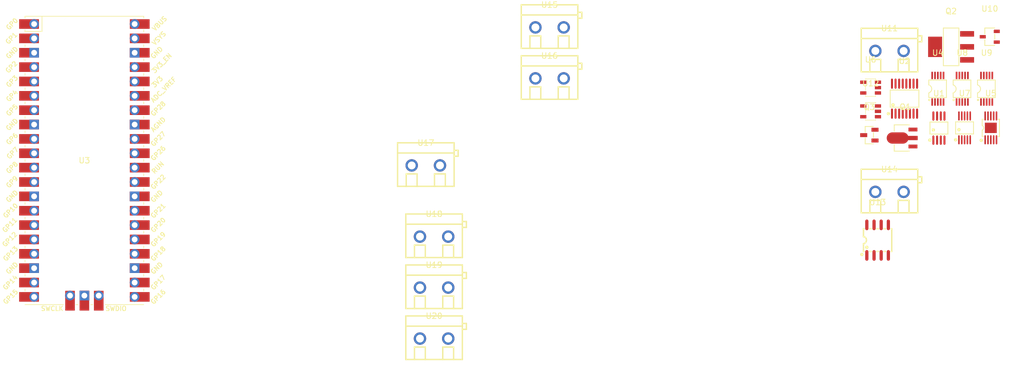
<source format=kicad_pcb>
(kicad_pcb (version 20241229) (generator "pcbnew") (generator_version "9.0")
  (layers (0 "F.Cu" signal) (2 "B.Cu" signal) (13 "F.Paste" user) (15 "B.Paste" user) (5 "F.SilkS" user "F.Silkscreen") (7 "B.SilkS" user "B.Silkscreen") (1 "F.Mask" user) (3 "B.Mask" user) (25 "Edge.Cuts" user))
  (net 0 "")
  (net 4 "Net-(Q1-E)")
  (net 6 "AO_4-20mA_IN")
  (net 29 "VSYS")
  (net 32 "Net-(Q1-B)")
  (net 38 "+5V_MCU")
  (net 39 "SPI0_CLK")
  (net 40 "GND_MCU")
  (net 41 "SPI0_MOSI")
  (net 42 "SDA")
  (net 43 "SCL")
  (net 44 "Net-(Q2-G)")
  (net 45 "Net-(C4-Pad2)")
  (net 46 "Net-(Q2-S)")
  (net 47 "Net-(Q3-C)")
  (net 48 "Net-(Q3-E)")
  (net 49 "AO_4-20mA_OUT")
  (net 51 "5V_XTR")
  (net 52 "GND_XTR")
  (net 53 "Net-(U1-IIN)")
  (net 55 "SPI0_CS")
  (net 56 "Net-(U2-OUTC)")
  (net 57 "SPI0_MISO")
  (net 59 "Net-(U2-OUTB)")
  (net 60 "Net-(U2-OUTA)")
  (net 62 "+3V3")
  (net 63 "UART_RX")
  (net 65 "RS485_MODE")
  (net 69 "ADC0")
  (net 73 "UART_TX")
  (net 74 "Net-(U4-VOUT)")
  (net 78 "Net-(U4-SPI2C)")
  (net 79 "AI_4-20mA_GND")
  (net 80 "Net-(U5-REGS)")
  (net 81 "Net-(U5-VIN)")
  (net 82 "Net-(U5-SET)")
  (net 83 "+12V")
  (net 85 "Net-(U5-REGF)")
  (net 86 "Net-(U5-OD)")
  (net 87 "AO_0-10V_OUT")
  (net 88 "Net-(U6--IN)")
  (net 89 "Net-(U6-+IN)")
  (net 91 "Net-(U7-VBUS)")
  (net 92 "AI_4-20mA_IN")
  (net 95 "Net-(U8-SPI2C)")
  (net 96 "Net-(U8-~{SYNC}{slash}A0)")
  (net 98 "Net-(U9-VOUT)")
  (net 100 "Net-(U9-SPI2C)")
  (net 102 "Net-(U9-~{SYNC}{slash}A0)")
  (net 103 "Net-(U10-OUT)")
  (net 106 "Net-(U12--IN)")
  (net 107 "AI_0-10V_IN")
  (net 108 "RS485_B")
  (net 109 "RS485_A")
  (footprint "EasyEDA:VSSOP-10_L3.0-W3.0-P0.50-LS4.9-BL" (layer "F.Cu") (at 196.55 72.685)
    (property "Reference" "U4" (at 0 -6.35 0) (layer "F.SilkS"))
    (property "Value" "DAC60501MDGSR")
    (pad "1" smd rect (at -1 2.35) (size 0.3 1.3) (layers "F.Cu" "F.Mask" "F.Paste") (net 51 "5V_XTR"))
    (pad "2" smd rect (at -0.5 2.35) (size 0.3 1.3) (layers "F.Cu" "F.Mask" "F.Paste") (net 74 "Net-(U4-VOUT)"))
    (pad "3" smd rect (at 0 2.35) (size 0.3 1.3) (layers "F.Cu" "F.Mask" "F.Paste"))
    (pad "4" smd rect (at 0.5 2.35) (size 0.3 1.3) (layers "F.Cu" "F.Mask" "F.Paste") (net 52 "GND_XTR"))
    (pad "5" smd rect (at 1 2.35) (size 0.3 1.3) (layers "F.Cu" "F.Mask" "F.Paste") (net 78 "Net-(U4-SPI2C)"))
    (pad "6" smd rect (at 1 -2.35) (size 0.3 1.3) (layers "F.Cu" "F.Mask" "F.Paste") (net 60 "Net-(U2-OUTA)"))
    (pad "7" smd rect (at 0.5 -2.35) (size 0.3 1.3) (layers "F.Cu" "F.Mask" "F.Paste") (net 59 "Net-(U2-OUTB)"))
    (pad "8" smd rect (at 0 -2.35) (size 0.3 1.3) (layers "F.Cu" "F.Mask" "F.Paste") (net 56 "Net-(U2-OUTC)"))
    (pad "9" smd rect (at -0.5 -2.35) (size 0.3 1.3) (layers "F.Cu" "F.Mask" "F.Paste"))
    (pad "10" smd rect (at -1 -2.35) (size 0.3 1.3) (layers "F.Cu" "F.Mask" "F.Paste"))
  )
  (footprint "EasyEDA:SO-8_L4.9-W3.9-P1.27-LS5.9-BL" (layer "F.Cu") (at 185.9 99.46)
    (property "Reference" "U13" (at 0 -6.7 0) (layer "F.SilkS"))
    (property "Value" "MAX3485AEASA+T")
    (pad "1" smd oval (at -1.91 2.7) (size 0.57 1.89) (layers "F.Cu" "F.Mask" "F.Paste") (net 63 "UART_RX"))
    (pad "2" smd oval (at -0.63 2.7) (size 0.57 1.89) (layers "F.Cu" "F.Mask" "F.Paste") (net 65 "RS485_MODE"))
    (pad "3" smd oval (at 0.63 2.7) (size 0.57 1.89) (layers "F.Cu" "F.Mask" "F.Paste") (net 65 "RS485_MODE"))
    (pad "4" smd oval (at 1.9 2.7) (size 0.57 1.89) (layers "F.Cu" "F.Mask" "F.Paste") (net 73 "UART_TX"))
    (pad "5" smd oval (at 1.9 -2.7) (size 0.57 1.89) (layers "F.Cu" "F.Mask" "F.Paste") (net 79 "AI_4-20mA_GND"))
    (pad "6" smd oval (at 0.63 -2.7) (size 0.57 1.89) (layers "F.Cu" "F.Mask" "F.Paste") (net 109 "RS485_A"))
    (pad "7" smd oval (at -0.63 -2.7) (size 0.57 1.89) (layers "F.Cu" "F.Mask" "F.Paste") (net 108 "RS485_B"))
    (pad "8" smd oval (at -1.91 -2.7) (size 0.57 1.89) (layers "F.Cu" "F.Mask" "F.Paste") (net 62 "+3V3"))
  )
  (footprint "EasyEDA:SOT-223-4_L6.5-W3.5-P2.30-LS7.0-BR" (layer "F.Cu") (at 198.895 65.28)
    (property "Reference" "Q2" (at 0 -6.3 0) (layer "F.SilkS"))
    (property "Value" "NTF2955T1G")
    (pad "1" smd rect (at 2.83 2.3) (size 2.47 0.98) (layers "F.Cu" "F.Mask" "F.Paste") (net 44 "Net-(Q2-G)"))
    (pad "2" smd rect (at 2.83 0) (size 2.47 0.98) (layers "F.Cu" "F.Mask" "F.Paste"))
    (pad "3" smd rect (at 2.83 -2.3) (size 2.47 0.98) (layers "F.Cu" "F.Mask" "F.Paste") (net 46 "Net-(Q2-S)"))
    (pad "4" smd rect (at -2.83 0) (size 2.47 3.6) (layers "F.Cu" "F.Mask" "F.Paste") (net 45 "Net-(C4-Pad2)"))
  )
  (footprint "EasyEDA:CONN-TH_P5.00_KF301-5.0-2P" (layer "F.Cu") (at 106 86.25)
    (property "Reference" "U17" (at 0 -4 0) (layer "F.SilkS"))
    (property "Value" "KF301-5.0-2P")
    (pad "1" thru_hole circle (at -2.5 0) (size 2.2 2.2) (drill 1.399997) (layers "*.Cu" "*.Mask") (net 83 "+12V"))
    (pad "2" thru_hole circle (at 2.5 0) (size 2.2 2.2) (drill 1.399997) (layers "*.Cu" "*.Mask") (net 83 "+12V"))
  )
  (footprint "EasyEDA:VSSOP-10_L3.0-W3.0-P0.50-LS4.9-BL" (layer "F.Cu") (at 200.865 72.685)
    (property "Reference" "U8" (at 0 -6.35 0) (layer "F.SilkS"))
    (property "Value" "DAC60501MDGSR")
    (pad "1" smd rect (at -1 2.35) (size 0.3 1.3) (layers "F.Cu" "F.Mask" "F.Paste") (net 83 "+12V"))
    (pad "2" smd rect (at -0.5 2.35) (size 0.3 1.3) (layers "F.Cu" "F.Mask" "F.Paste") (net 89 "Net-(U6-+IN)"))
    (pad "3" smd rect (at 0 2.35) (size 0.3 1.3) (layers "F.Cu" "F.Mask" "F.Paste"))
    (pad "4" smd rect (at 0.5 2.35) (size 0.3 1.3) (layers "F.Cu" "F.Mask" "F.Paste") (net 79 "AI_4-20mA_GND"))
    (pad "5" smd rect (at 1 2.35) (size 0.3 1.3) (layers "F.Cu" "F.Mask" "F.Paste") (net 95 "Net-(U8-SPI2C)"))
    (pad "6" smd rect (at 1 -2.35) (size 0.3 1.3) (layers "F.Cu" "F.Mask" "F.Paste") (net 43 "SCL"))
    (pad "7" smd rect (at 0.5 -2.35) (size 0.3 1.3) (layers "F.Cu" "F.Mask" "F.Paste") (net 96 "Net-(U8-~{SYNC}{slash}A0)"))
    (pad "8" smd rect (at 0 -2.35) (size 0.3 1.3) (layers "F.Cu" "F.Mask" "F.Paste") (net 42 "SDA"))
    (pad "9" smd rect (at -0.5 -2.35) (size 0.3 1.3) (layers "F.Cu" "F.Mask" "F.Paste"))
    (pad "10" smd rect (at -1 -2.35) (size 0.3 1.3) (layers "F.Cu" "F.Mask" "F.Paste"))
  )
  (footprint "EasyEDA:CONN-TH_P5.00_KF301-5.0-2P" (layer "F.Cu") (at 107.46 107.855)
    (property "Reference" "U19" (at 0 -4 0) (layer "F.SilkS"))
    (property "Value" "KF301-5.0-2P")
    (pad "1" thru_hole circle (at -2.5 0) (size 2.2 2.2) (drill 1.399997) (layers "*.Cu" "*.Mask") (net 79 "AI_4-20mA_GND"))
    (pad "2" thru_hole circle (at 2.5 0) (size 2.2 2.2) (drill 1.399997) (layers "*.Cu" "*.Mask") (net 79 "AI_4-20mA_GND"))
  )
  (footprint "EasyEDA:SOT-89-3_L4.5-W2.5-P1.50-LS4.2-BR" (layer "F.Cu") (at 190.79 81.4)
    (property "Reference" "Q1" (at 0 -5.5 0) (layer "F.SilkS"))
    (property "Value" "FCX690BTA")
    (pad "1" smd rect (at 1.36 1.5) (size 1.58 0.67) (layers "F.Cu" "F.Mask" "F.Paste") (net 32 "Net-(Q1-B)"))
    (pad "2" smd custom (at -1.36 0) (size 0.01 0.01) (layers "F.Cu" "F.Mask" "F.Paste") (net 6 "AO_4-20mA_IN") (options (clearance outline) (anchor circle)) (primitives (gr_poly (pts (xy -0.92 -0.95) (xy 0.93 -0.95) (xy 0.98 -0.95) (xy 1.02 -0.95) (xy 1.07 -0.94) (xy 1.11 -0.93) (xy 1.16 -0.92) (xy 1.2 -0.91) (xy 1.24 -0.9) (xy 1.28 -0.88) (xy 1.32 -0.87) (xy 1.36 -0.85) (xy 1.4 -0.83) (xy 1.44 -0.8) (xy 1.48 -0.78) (xy 1.51 -0.75) (xy 1.55 -0.72) (xy 1.58 -0.69) (xy 1.61 -0.66) (xy 1.64 -0.63) (xy 1.67 -0.6) (xy 1.7 -0.56) (xy 1.73 -0.53) (xy 1.75 -0.49) (xy 1.77 -0.45) (xy 1.79 -0.41) (xy 1.81 -0.33) (xy 3.51 -0.33) (xy 3.51 0.33) (xy 1.81 0.33) (xy 1.79 0.41) (xy 1.77 0.45) (xy 1.75 0.49) (xy 1.73 0.53) (xy 1.7 0.56) (xy 1.67 0.6) (xy 1.64 0.63) (xy 1.61 0.66) (xy 1.58 0.7) (xy 1.55 0.72) (xy 1.51 0.75) (xy 1.48 0.78) (xy 1.44 0.8) (xy 1.4 0.83) (xy 1.36 0.85) (xy 1.32 0.87) (xy 1.28 0.88) (xy 1.24 0.9) (xy 1.2 0.91) (xy 1.16 0.92) (xy 1.11 0.93) (xy 1.07 0.94) (xy 1.02 0.95) (xy 0.98 0.95) (xy 0.93 0.95) (xy -0.92 0.95) (xy -0.96 0.95) (xy -1.01 0.95) (xy -1.05 0.94) (xy -1.1 0.93) (xy -1.14 0.92) (xy -1.18 0.91) (xy -1.23 0.9) (xy -1.27 0.88) (xy -1.31 0.87) (xy -1.35 0.85) (xy -1.39 0.83) (xy -1.43 0.8) (xy -1.46 0.78) (xy -1.5 0.75) (xy -1.53 0.72) (xy -1.57 0.7) (xy -1.6 0.66) (xy -1.63 0.63) (xy -1.66 0.6) (xy -1.69 0.56) (xy -1.71 0.53) (xy -1.73 0.49) (xy -1.76 0.45) (xy -1.78 0.41) (xy -1.8 0.37) (xy -1.81 0.33) (xy -1.83 0.29) (xy -1.84 0.24) (xy -1.85 0.2) (xy -1.86 0.16) (xy -1.86 0.11) (xy -1.87 0.07) (xy -1.87 0.02) (xy -1.87 -0.02) (xy -1.87 -0.07) (xy -1.86 -0.11) (xy -1.86 -0.15) (xy -1.85 -0.2) (xy -1.84 -0.24) (xy -1.83 -0.28) (xy -1.81 -0.33) (xy -1.8 -0.37) (xy -1.78 -0.41) (xy -1.76 -0.45) (xy -1.73 -0.49) (xy -1.71 -0.53) (xy -1.69 -0.56) (xy -1.66 -0.6) (xy -1.63 -0.63) (xy -1.6 -0.66) (xy -1.57 -0.69) (xy -1.53 -0.72) (xy -1.5 -0.75) (xy -1.46 -0.78) (xy -1.43 -0.8) (xy -1.39 -0.83) (xy -1.35 -0.85) (xy -1.31 -0.87) (xy -1.27 -0.88) (xy -1.23 -0.9) (xy -1.18 -0.91) (xy -1.14 -0.92) (xy -1.1 -0.93) (xy -1.05 -0.94) (xy -1.01 -0.95) (xy -0.96 -0.95) (xy -0.92 -0.95)) (width 0.1) (fill yes))))
    (pad "3" smd rect (at 1.36 -1.5) (size 1.58 0.67) (layers "F.Cu" "F.Mask" "F.Paste") (net 4 "Net-(Q1-E)"))
  )
  (footprint "EasyEDA:MSOP-10_L3.0-W3.0-P0.50-LS5.0-BL-EP" (layer "F.Cu") (at 205.92 79.605)
    (property "Reference" "U5" (at 0 -6.11 0) (layer "F.SilkS"))
    (property "Value" "XTR111AIDGQR")
    (pad "1" smd oval (at -1 2.11) (size 0.28 1.62) (layers "F.Cu" "F.Mask" "F.Paste") (net 83 "+12V"))
    (pad "2" smd oval (at -0.5 2.11) (size 0.28 1.62) (layers "F.Cu" "F.Mask" "F.Paste") (net 48 "Net-(Q3-E)"))
    (pad "3" smd oval (at 0 2.11) (size 0.28 1.62) (layers "F.Cu" "F.Mask" "F.Paste") (net 47 "Net-(Q3-C)"))
    (pad "4" smd oval (at 0.5 2.11) (size 0.28 1.62) (layers "F.Cu" "F.Mask" "F.Paste") (net 80 "Net-(U5-REGS)"))
    (pad "5" smd oval (at 1 2.11) (size 0.28 1.62) (layers "F.Cu" "F.Mask" "F.Paste") (net 85 "Net-(U5-REGF)"))
    (pad "6" smd oval (at 1 -2.11) (size 0.28 1.62) (layers "F.Cu" "F.Mask" "F.Paste") (net 81 "Net-(U5-VIN)"))
    (pad "7" smd oval (at 0.5 -2.11) (size 0.28 1.62) (layers "F.Cu" "F.Mask" "F.Paste") (net 82 "Net-(U5-SET)"))
    (pad "8" smd oval (at 0 -2.11) (size 0.28 1.62) (layers "F.Cu" "F.Mask" "F.Paste"))
    (pad "9" smd oval (at -0.5 -2.11) (size 0.28 1.62) (layers "F.Cu" "F.Mask" "F.Paste") (net 86 "Net-(U5-OD)"))
    (pad "10" smd oval (at -1 -2.11) (size 0.28 1.62) (layers "F.Cu" "F.Mask" "F.Paste") (net 79 "AI_4-20mA_GND"))
    (pad "11" smd rect (at 0 0) (size 2.1 1.83) (layers "F.Cu" "F.Mask" "F.Paste") (net 79 "AI_4-20mA_GND"))
  )
  (footprint "EasyEDA:SOT-23-3_L2.9-W1.3-P1.90-LS2.4-BR" (layer "F.Cu") (at 184.435 80.89)
    (property "Reference" "Q3" (at 0 -4.95 0) (layer "F.SilkS"))
    (property "Value" "MMBT2907ALT1G")
    (pad "1" smd rect (at 1 0.95) (size 1.25 0.7) (layers "F.Cu" "F.Mask" "F.Paste") (net 44 "Net-(Q2-G)"))
    (pad "2" smd rect (at 1 -0.95) (size 1.25 0.7) (layers "F.Cu" "F.Mask" "F.Paste") (net 48 "Net-(Q3-E)"))
    (pad "3" smd rect (at -1 0) (size 1.25 0.7) (layers "F.Cu" "F.Mask" "F.Paste") (net 47 "Net-(Q3-C)"))
  )
  (footprint "EasyEDA:VSSOP-8_L3.0-W3.0-P0.65-LS5.0-BL" (layer "F.Cu") (at 196.74 79.645)
    (property "Reference" "U1" (at 0 -6.13 0) (layer "F.SilkS"))
    (property "Value" "XTR117AIDGKR")
    (pad "1" smd oval (at -0.98 2.13) (size 0.36 1.66) (layers "F.Cu" "F.Mask" "F.Paste"))
    (pad "2" smd oval (at -0.32 2.13) (size 0.36 1.66) (layers "F.Cu" "F.Mask" "F.Paste") (net 53 "Net-(U1-IIN)"))
    (pad "3" smd oval (at 0.33 2.13) (size 0.36 1.66) (layers "F.Cu" "F.Mask" "F.Paste") (net 52 "GND_XTR"))
    (pad "4" smd oval (at 0.98 2.13) (size 0.36 1.66) (layers "F.Cu" "F.Mask" "F.Paste") (net 49 "AO_4-20mA_OUT"))
    (pad "5" smd oval (at 0.98 -2.13) (size 0.36 1.66) (layers "F.Cu" "F.Mask" "F.Paste") (net 4 "Net-(Q1-E)"))
    (pad "6" smd oval (at 0.33 -2.13) (size 0.36 1.66) (layers "F.Cu" "F.Mask" "F.Paste") (net 32 "Net-(Q1-B)"))
    (pad "7" smd oval (at -0.32 -2.13) (size 0.36 1.66) (layers "F.Cu" "F.Mask" "F.Paste") (net 6 "AO_4-20mA_IN"))
    (pad "8" smd oval (at -0.98 -2.13) (size 0.36 1.66) (layers "F.Cu" "F.Mask" "F.Paste") (net 51 "5V_XTR"))
  )
  (footprint "EasyEDA:SOT-23-5_L3.0-W1.7-P0.95-LS2.8-BR" (layer "F.Cu") (at 184.66 76.685)
    (property "Reference" "U12" (at 0 -4.95 0) (layer "F.SilkS"))
    (property "Value" "TLV9301IDBVR")
    (pad "1" smd rect (at 1.3 0.95) (size 1.1 0.6) (layers "F.Cu" "F.Mask" "F.Paste") (net 106 "Net-(U12--IN)"))
    (pad "2" smd rect (at 1.3 0) (size 1.1 0.6) (layers "F.Cu" "F.Mask" "F.Paste") (net 79 "AI_4-20mA_GND"))
    (pad "3" smd rect (at 1.3 -0.95) (size 1.1 0.6) (layers "F.Cu" "F.Mask" "F.Paste") (net 107 "AI_0-10V_IN"))
    (pad "4" smd rect (at -1.3 -0.95) (size 1.1 0.6) (layers "F.Cu" "F.Mask" "F.Paste") (net 106 "Net-(U12--IN)"))
    (pad "5" smd rect (at -1.3 0.95) (size 1.1 0.6) (layers "F.Cu" "F.Mask" "F.Paste") (net 83 "+12V"))
  )
  (footprint "EasyEDA:VSSOP-10_L3.0-W3.0-P0.50-LS4.9-BL" (layer "F.Cu") (at 205.18 72.685)
    (property "Reference" "U9" (at 0 -6.35 0) (layer "F.SilkS"))
    (property "Value" "DAC60501MDGSR")
    (pad "1" smd rect (at -1 2.35) (size 0.3 1.3) (layers "F.Cu" "F.Mask" "F.Paste") (net 83 "+12V"))
    (pad "2" smd rect (at -0.5 2.35) (size 0.3 1.3) (layers "F.Cu" "F.Mask" "F.Paste") (net 98 "Net-(U9-VOUT)"))
    (pad "3" smd rect (at 0 2.35) (size 0.3 1.3) (layers "F.Cu" "F.Mask" "F.Paste"))
    (pad "4" smd rect (at 0.5 2.35) (size 0.3 1.3) (layers "F.Cu" "F.Mask" "F.Paste") (net 79 "AI_4-20mA_GND"))
    (pad "5" smd rect (at 1 2.35) (size 0.3 1.3) (layers "F.Cu" "F.Mask" "F.Paste") (net 100 "Net-(U9-SPI2C)"))
    (pad "6" smd rect (at 1 -2.35) (size 0.3 1.3) (layers "F.Cu" "F.Mask" "F.Paste") (net 43 "SCL"))
    (pad "7" smd rect (at 0.5 -2.35) (size 0.3 1.3) (layers "F.Cu" "F.Mask" "F.Paste") (net 102 "Net-(U9-~{SYNC}{slash}A0)"))
    (pad "8" smd rect (at 0 -2.35) (size 0.3 1.3) (layers "F.Cu" "F.Mask" "F.Paste") (net 42 "SDA"))
    (pad "9" smd rect (at -0.5 -2.35) (size 0.3 1.3) (layers "F.Cu" "F.Mask" "F.Paste"))
    (pad "10" smd rect (at -1 -2.35) (size 0.3 1.3) (layers "F.Cu" "F.Mask" "F.Paste") (net 103 "Net-(U10-OUT)"))
  )
  (footprint "EasyEDA:CONN-TH_P5.00_KF301-5.0-2P" (layer "F.Cu") (at 107.46 116.87)
    (property "Reference" "U20" (at 0 -4 0) (layer "F.SilkS"))
    (property "Value" "KF301-5.0-2P")
    (pad "1" thru_hole circle (at -2.5 0) (size 2.2 2.2) (drill 1.399997) (layers "*.Cu" "*.Mask") (net 79 "AI_4-20mA_GND"))
    (pad "2" thru_hole circle (at 2.5 0) (size 2.2 2.2) (drill 1.399997) (layers "*.Cu" "*.Mask") (net 79 "AI_4-20mA_GND"))
  )
  (footprint "EasyEDA:CONN-TH_P5.00_KF301-5.0-2P" (layer "F.Cu") (at 188 90.93)
    (property "Reference" "U14" (at 0 -4 0) (layer "F.SilkS"))
    (property "Value" "KF301-5.0-2P")
    (pad "1" thru_hole circle (at -2.5 0) (size 2.2 2.2) (drill 1.399997) (layers "*.Cu" "*.Mask") (net 108 "RS485_B"))
    (pad "2" thru_hole circle (at 2.5 0) (size 2.2 2.2) (drill 1.399997) (layers "*.Cu" "*.Mask") (net 109 "RS485_A"))
  )
  (footprint "EasyEDA:MSOP-10_L3.0-W3.0-P0.50-LS5.0-BL" (layer "F.Cu") (at 201.28 79.605)
    (property "Reference" "U7" (at 0 -6.11 0) (layer "F.SilkS"))
    (property "Value" "INA226AIDGSR")
    (pad "1" smd oval (at -1 2.11) (size 0.28 1.62) (layers "F.Cu" "F.Mask" "F.Paste") (net 79 "AI_4-20mA_GND"))
    (pad "2" smd oval (at -0.5 2.11) (size 0.28 1.62) (layers "F.Cu" "F.Mask" "F.Paste") (net 79 "AI_4-20mA_GND"))
    (pad "3" smd oval (at 0 2.11) (size 0.28 1.62) (layers "F.Cu" "F.Mask" "F.Paste"))
    (pad "4" smd oval (at 0.5 2.11) (size 0.28 1.62) (layers "F.Cu" "F.Mask" "F.Paste") (net 42 "SDA"))
    (pad "5" smd oval (at 1 2.11) (size 0.28 1.62) (layers "F.Cu" "F.Mask" "F.Paste") (net 43 "SCL"))
    (pad "6" smd oval (at 1 -2.11) (size 0.28 1.62) (layers "F.Cu" "F.Mask" "F.Paste") (net 83 "+12V"))
    (pad "7" smd oval (at 0.5 -2.11) (size 0.28 1.62) (layers "F.Cu" "F.Mask" "F.Paste") (net 79 "AI_4-20mA_GND"))
    (pad "8" smd oval (at 0 -2.11) (size 0.28 1.62) (layers "F.Cu" "F.Mask" "F.Paste") (net 91 "Net-(U7-VBUS)"))
    (pad "9" smd oval (at -0.5 -2.11) (size 0.28 1.62) (layers "F.Cu" "F.Mask" "F.Paste") (net 91 "Net-(U7-VBUS)"))
    (pad "10" smd oval (at -1 -2.11) (size 0.28 1.62) (layers "F.Cu" "F.Mask" "F.Paste") (net 92 "AI_4-20mA_IN"))
  )
  (footprint "EasyEDA:CONN-TH_P5.00_KF301-5.0-2P" (layer "F.Cu") (at 127.88 61.84)
    (property "Reference" "U15" (at 0 -4 0) (layer "F.SilkS"))
    (property "Value" "KF301-5.0-2P")
    (pad "1" thru_hole circle (at -2.5 0) (size 2.2 2.2) (drill 1.399997) (layers "*.Cu" "*.Mask") (net 83 "+12V"))
    (pad "2" thru_hole circle (at 2.5 0) (size 2.2 2.2) (drill 1.399997) (layers "*.Cu" "*.Mask") (net 83 "+12V"))
  )
  (footprint "EasyEDA:CONN-TH_P5.00_KF301-5.0-2P" (layer "F.Cu") (at 127.88 70.855)
    (property "Reference" "U16" (at 0 -4 0) (layer "F.SilkS"))
    (property "Value" "KF301-5.0-2P")
    (pad "1" thru_hole circle (at -2.5 0) (size 2.2 2.2) (drill 1.399997) (layers "*.Cu" "*.Mask") (net 83 "+12V"))
    (pad "2" thru_hole circle (at 2.5 0) (size 2.2 2.2) (drill 1.399997) (layers "*.Cu" "*.Mask") (net 83 "+12V"))
  )
  (footprint "MCU_RaspberryPi_and_Boards:RPi_Pico_SMD_TH" (layer "F.Cu") (at 45.61 85.37)
    (property "Reference" "U3" (at 0 0 0) (layer "F.SilkS"))
    (property "Value" "Pico")
    (fp_text user "GP5" (at -12.8 -8.89 45) (layer "F.SilkS") (effects (font (size 0.8 0.8))))
    (fp_text user "GP2" (at -12.9 -16.51 45) (layer "F.SilkS") (effects (font (size 0.8 0.8))))
    (fp_text user "GND" (at -12.8 19.05 45) (layer "F.SilkS") (effects (font (size 0.8 0.8))))
    (fp_text user "GP11" (at -13.2 11.43 45) (layer "F.SilkS") (effects (font (size 0.8 0.8))))
    (fp_text user "3V3" (at 12.9 -13.9 45) (layer "F.SilkS") (effects (font (size 0.8 0.8))))
    (fp_text user "GP26" (at 13.054 -1.27 45) (layer "F.SilkS") (effects (font (size 0.8 0.8))))
    (fp_text user "GP1" (at -12.9 -21.6 45) (layer "F.SilkS") (effects (font (size 0.8 0.8))))
    (fp_text user "GND" (at -12.8 -19.05 45) (layer "F.SilkS") (effects (font (size 0.8 0.8))))
    (fp_text user "GP22" (at 13.054 3.81 45) (layer "F.SilkS") (effects (font (size 0.8 0.8))))
    (fp_text user "GP16" (at 13.054 24.13 45) (layer "F.SilkS") (effects (font (size 0.8 0.8))))
    (fp_text user "GP7" (at -12.7 -1.3 45) (layer "F.SilkS") (effects (font (size 0.8 0.8))))
    (fp_text user "GP8" (at -12.8 1.27 45) (layer "F.SilkS") (effects (font (size 0.8 0.8))))
    (fp_text user "GP13" (at -13.054 16.51 45) (layer "F.SilkS") (effects (font (size 0.8 0.8))))
    (fp_text user "GP18" (at 13.054 16.51 45) (layer "F.SilkS") (effects (font (size 0.8 0.8))))
    (fp_text user "GP3" (at -12.8 -13.97 45) (layer "F.SilkS") (effects (font (size 0.8 0.8))))
    (fp_text user "GP17" (at 13.054 21.59 45) (layer "F.SilkS") (effects (font (size 0.8 0.8))))
    (fp_text user "GND" (at -12.8 6.35 45) (layer "F.SilkS") (effects (font (size 0.8 0.8))))
    (fp_text user "GND" (at 12.8 -19.05 45) (layer "F.SilkS") (effects (font (size 0.8 0.8))))
    (fp_text user "AGND" (at 13.054 -6.35 45) (layer "F.SilkS") (effects (font (size 0.8 0.8))))
    (fp_text user "GP6" (at -12.8 -3.81 45) (layer "F.SilkS") (effects (font (size 0.8 0.8))))
    (fp_text user "ADC_VREF" (at 14 -12.5 45) (layer "F.SilkS") (effects (font (size 0.8 0.8))))
    (fp_text user "GP4" (at -12.8 -11.43 45) (layer "F.SilkS") (effects (font (size 0.8 0.8))))
    (fp_text user "GP14" (at -13.1 21.59 45) (layer "F.SilkS") (effects (font (size 0.8 0.8))))
    (fp_text user "SWDIO" (at 5.6 26.2 0) (layer "F.SilkS") (effects (font (size 0.8 0.8))))
    (fp_text user "RUN" (at 13 1.27 45) (layer "F.SilkS") (effects (font (size 0.8 0.8))))
    (fp_text user "GP27" (at 13.054 -3.8 45) (layer "F.SilkS") (effects (font (size 0.8 0.8))))
    (fp_text user "GP20" (at 13.054 11.43 45) (layer "F.SilkS") (effects (font (size 0.8 0.8))))
    (fp_text user "GP19" (at 13.054 13.97 45) (layer "F.SilkS") (effects (font (size 0.8 0.8))))
    (fp_text user "3V3_EN" (at 13.7 -17.2 45) (layer "F.SilkS") (effects (font (size 0.8 0.8))))
    (fp_text user "VBUS" (at 13.3 -24.2 45) (layer "F.SilkS") (effects (font (size 0.8 0.8))))
    (fp_text user "GP28" (at 13.054 -9.144 45) (layer "F.SilkS") (effects (font (size 0.8 0.8))))
    (fp_text user "VSYS" (at 13.2 -21.59 45) (layer "F.SilkS") (effects (font (size 0.8 0.8))))
    (fp_text user "SWCLK" (at -5.7 26.2 0) (layer "F.SilkS") (effects (font (size 0.8 0.8))))
    (fp_text user "GND" (at 12.8 6.35 45) (layer "F.SilkS") (effects (font (size 0.8 0.8))))
    (fp_text user "GND" (at -12.8 -6.35 45) (layer "F.SilkS") (effects (font (size 0.8 0.8))))
    (fp_text user "GP10" (at -13.054 8.89 45) (layer "F.SilkS") (effects (font (size 0.8 0.8))))
    (fp_text user "GP12" (at -13.2 13.97 45) (layer "F.SilkS") (effects (font (size 0.8 0.8))))
    (fp_text user "GP0" (at -12.8 -24.13 45) (layer "F.SilkS") (effects (font (size 0.8 0.8))))
    (fp_text user "GND" (at 12.8 19.05 45) (layer "F.SilkS") (effects (font (size 0.8 0.8))))
    (fp_text user "GP21" (at 13.054 8.9 45) (layer "F.SilkS") (effects (font (size 0.8 0.8))))
    (fp_text user "GP15" (at -13.054 24.13 45) (layer "F.SilkS") (effects (font (size 0.8 0.8))))
    (fp_text user "GP9" (at -12.8 3.81 45) (layer "F.SilkS") (effects (font (size 0.8 0.8))))
    (pad "" np_thru_hole oval (at -2.725 -24) (size 1.8 1.8) (drill 1.8) (layers "*.Cu" "*.Mask"))
    (pad "" np_thru_hole oval (at -2.425 -20.97) (size 1.5 1.5) (drill 1.5) (layers "*.Cu" "*.Mask"))
    (pad "" np_thru_hole oval (at 2.425 -20.97) (size 1.5 1.5) (drill 1.5) (layers "*.Cu" "*.Mask"))
    (pad "" np_thru_hole oval (at 2.725 -24) (size 1.8 1.8) (drill 1.8) (layers "*.Cu" "*.Mask"))
    (pad "1" thru_hole oval (at -8.89 -24.13) (size 1.7 1.7) (drill 1.02) (layers "*.Cu" "*.Mask"))
    (pad "1" smd rect (at -8.89 -24.13) (size 3.5 1.7) (drill (offset -0.9 0)) (layers "F.Cu" "F.Mask"))
    (pad "2" thru_hole oval (at -8.89 -21.59) (size 1.7 1.7) (drill 1.02) (layers "*.Cu" "*.Mask"))
    (pad "2" smd rect (at -8.89 -21.59) (size 3.5 1.7) (drill (offset -0.9 0)) (layers "F.Cu" "F.Mask"))
    (pad "3" thru_hole rect (at -8.89 -19.05) (size 1.7 1.7) (drill 1.02) (layers "*.Cu" "*.Mask") (net 40 "GND_MCU"))
    (pad "3" smd rect (at -8.89 -19.05) (size 3.5 1.7) (drill (offset -0.9 0)) (layers "F.Cu" "F.Mask") (net 40 "GND_MCU"))
    (pad "4" thru_hole oval (at -8.89 -16.51) (size 1.7 1.7) (drill 1.02) (layers "*.Cu" "*.Mask"))
    (pad "4" smd rect (at -8.89 -16.51) (size 3.5 1.7) (drill (offset -0.9 0)) (layers "F.Cu" "F.Mask"))
    (pad "5" thru_hole oval (at -8.89 -13.97) (size 1.7 1.7) (drill 1.02) (layers "*.Cu" "*.Mask"))
    (pad "5" smd rect (at -8.89 -13.97) (size 3.5 1.7) (drill (offset -0.9 0)) (layers "F.Cu" "F.Mask"))
    (pad "6" thru_hole oval (at -8.89 -11.43) (size 1.7 1.7) (drill 1.02) (layers "*.Cu" "*.Mask"))
    (pad "6" smd rect (at -8.89 -11.43) (size 3.5 1.7) (drill (offset -0.9 0)) (layers "F.Cu" "F.Mask"))
    (pad "7" thru_hole oval (at -8.89 -8.89) (size 1.7 1.7) (drill 1.02) (layers "*.Cu" "*.Mask"))
    (pad "7" smd rect (at -8.89 -8.89) (size 3.5 1.7) (drill (offset -0.9 0)) (layers "F.Cu" "F.Mask"))
    (pad "8" thru_hole rect (at -8.89 -6.35) (size 1.7 1.7) (drill 1.02) (layers "*.Cu" "*.Mask"))
    (pad "8" smd rect (at -8.89 -6.35) (size 3.5 1.7) (drill (offset -0.9 0)) (layers "F.Cu" "F.Mask"))
    (pad "9" thru_hole oval (at -8.89 -3.81) (size 1.7 1.7) (drill 1.02) (layers "*.Cu" "*.Mask"))
    (pad "9" smd rect (at -8.89 -3.81) (size 3.5 1.7) (drill (offset -0.9 0)) (layers "F.Cu" "F.Mask"))
    (pad "10" thru_hole oval (at -8.89 -1.27) (size 1.7 1.7) (drill 1.02) (layers "*.Cu" "*.Mask"))
    (pad "10" smd rect (at -8.89 -1.27) (size 3.5 1.7) (drill (offset -0.9 0)) (layers "F.Cu" "F.Mask"))
    (pad "11" thru_hole oval (at -8.89 1.27) (size 1.7 1.7) (drill 1.02) (layers "*.Cu" "*.Mask"))
    (pad "11" smd rect (at -8.89 1.27) (size 3.5 1.7) (drill (offset -0.9 0)) (layers "F.Cu" "F.Mask"))
    (pad "12" thru_hole oval (at -8.89 3.81) (size 1.7 1.7) (drill 1.02) (layers "*.Cu" "*.Mask"))
    (pad "12" smd rect (at -8.89 3.81) (size 3.5 1.7) (drill (offset -0.9 0)) (layers "F.Cu" "F.Mask"))
    (pad "13" thru_hole rect (at -8.89 6.35) (size 1.7 1.7) (drill 1.02) (layers "*.Cu" "*.Mask"))
    (pad "13" smd rect (at -8.89 6.35) (size 3.5 1.7) (drill (offset -0.9 0)) (layers "F.Cu" "F.Mask"))
    (pad "14" thru_hole oval (at -8.89 8.89) (size 1.7 1.7) (drill 1.02) (layers "*.Cu" "*.Mask"))
    (pad "14" smd rect (at -8.89 8.89) (size 3.5 1.7) (drill (offset -0.9 0)) (layers "F.Cu" "F.Mask"))
    (pad "15" thru_hole oval (at -8.89 11.43) (size 1.7 1.7) (drill 1.02) (layers "*.Cu" "*.Mask"))
    (pad "15" smd rect (at -8.89 11.43) (size 3.5 1.7) (drill (offset -0.9 0)) (layers "F.Cu" "F.Mask"))
    (pad "16" thru_hole oval (at -8.89 13.97) (size 1.7 1.7) (drill 1.02) (layers "*.Cu" "*.Mask"))
    (pad "16" smd rect (at -8.89 13.97) (size 3.5 1.7) (drill (offset -0.9 0)) (layers "F.Cu" "F.Mask"))
    (pad "17" thru_hole oval (at -8.89 16.51) (size 1.7 1.7) (drill 1.02) (layers "*.Cu" "*.Mask"))
    (pad "17" smd rect (at -8.89 16.51) (size 3.5 1.7) (drill (offset -0.9 0)) (layers "F.Cu" "F.Mask"))
    (pad "18" thru_hole rect (at -8.89 19.05) (size 1.7 1.7) (drill 1.02) (layers "*.Cu" "*.Mask"))
    (pad "18" smd rect (at -8.89 19.05) (size 3.5 1.7) (drill (offset -0.9 0)) (layers "F.Cu" "F.Mask"))
    (pad "19" thru_hole oval (at -8.89 21.59) (size 1.7 1.7) (drill 1.02) (layers "*.Cu" "*.Mask"))
    (pad "19" smd rect (at -8.89 21.59) (size 3.5 1.7) (drill (offset -0.9 0)) (layers "F.Cu" "F.Mask"))
    (pad "20" thru_hole oval (at -8.89 24.13) (size 1.7 1.7) (drill 1.02) (layers "*.Cu" "*.Mask"))
    (pad "20" smd rect (at -8.89 24.13) (size 3.5 1.7) (drill (offset -0.9 0)) (layers "F.Cu" "F.Mask"))
    (pad "21" thru_hole oval (at 8.89 24.13) (size 1.7 1.7) (drill 1.02) (layers "*.Cu" "*.Mask") (net 73 "UART_TX"))
    (pad "21" smd rect (at 8.89 24.13) (size 3.5 1.7) (drill (offset 0.9 0)) (layers "F.Cu" "F.Mask") (net 73 "UART_TX"))
    (pad "22" thru_hole oval (at 8.89 21.59) (size 1.7 1.7) (drill 1.02) (layers "*.Cu" "*.Mask") (net 63 "UART_RX"))
    (pad "22" smd rect (at 8.89 21.59) (size 3.5 1.7) (drill (offset 0.9 0)) (layers "F.Cu" "F.Mask") (net 63 "UART_RX"))
    (pad "23" thru_hole rect (at 8.89 19.05) (size 1.7 1.7) (drill 1.02) (layers "*.Cu" "*.Mask"))
    (pad "23" smd rect (at 8.89 19.05) (size 3.5 1.7) (drill (offset 0.9 0)) (layers "F.Cu" "F.Mask"))
    (pad "24" thru_hole oval (at 8.89 16.51) (size 1.7 1.7) (drill 1.02) (layers "*.Cu" "*.Mask") (net 65 "RS485_MODE"))
    (pad "24" smd rect (at 8.89 16.51) (size 3.5 1.7) (drill (offset 0.9 0)) (layers "F.Cu" "F.Mask") (net 65 "RS485_MODE"))
    (pad "25" thru_hole oval (at 8.89 13.97) (size 1.7 1.7) (drill 1.02) (layers "*.Cu" "*.Mask"))
    (pad "25" smd rect (at 8.89 13.97) (size 3.5 1.7) (drill (offset 0.9 0)) (layers "F.Cu" "F.Mask"))
    (pad "26" thru_hole oval (at 8.89 11.43) (size 1.7 1.7) (drill 1.02) (layers "*.Cu" "*.Mask") (net 42 "SDA"))
    (pad "26" smd rect (at 8.89 11.43) (size 3.5 1.7) (drill (offset 0.9 0)) (layers "F.Cu" "F.Mask") (net 42 "SDA"))
    (pad "27" thru_hole oval (at 8.89 8.89) (size 1.7 1.7) (drill 1.02) (layers "*.Cu" "*.Mask") (net 43 "SCL"))
    (pad "27" smd rect (at 8.89 8.89) (size 3.5 1.7) (drill (offset 0.9 0)) (layers "F.Cu" "F.Mask") (net 43 "SCL"))
    (pad "28" thru_hole rect (at 8.89 6.35) (size 1.7 1.7) (drill 1.02) (layers "*.Cu" "*.Mask"))
    (pad "28" smd rect (at 8.89 6.35) (size 3.5 1.7) (drill (offset 0.9 0)) (layers "F.Cu" "F.Mask"))
    (pad "29" thru_hole oval (at 8.89 3.81) (size 1.7 1.7) (drill 1.02) (layers "*.Cu" "*.Mask"))
    (pad "29" smd rect (at 8.89 3.81) (size 3.5 1.7) (drill (offset 0.9 0)) (layers "F.Cu" "F.Mask"))
    (pad "30" thru_hole oval (at 8.89 1.27) (size 1.7 1.7) (drill 1.02) (layers "*.Cu" "*.Mask"))
    (pad "30" smd rect (at 8.89 1.27) (size 3.5 1.7) (drill (offset 0.9 0)) (layers "F.Cu" "F.Mask"))
    (pad "31" thru_hole oval (at 8.89 -1.27) (size 1.7 1.7) (drill 1.02) (layers "*.Cu" "*.Mask") (net 69 "ADC0"))
    (pad "31" smd rect (at 8.89 -1.27) (size 3.5 1.7) (drill (offset 0.9 0)) (layers "F.Cu" "F.Mask") (net 69 "ADC0"))
    (pad "32" thru_hole oval (at 8.89 -3.81) (size 1.7 1.7) (drill 1.02) (layers "*.Cu" "*.Mask"))
    (pad "32" smd rect (at 8.89 -3.81) (size 3.5 1.7) (drill (offset 0.9 0)) (layers "F.Cu" "F.Mask"))
    (pad "33" thru_hole rect (at 8.89 -6.35) (size 1.7 1.7) (drill 1.02) (layers "*.Cu" "*.Mask"))
    (pad "33" smd rect (at 8.89 -6.35) (size 3.5 1.7) (drill (offset 0.9 0)) (layers "F.Cu" "F.Mask"))
    (pad "34" thru_hole oval (at 8.89 -8.89) (size 1.7 1.7) (drill 1.02) (layers "*.Cu" "*.Mask"))
    (pad "34" smd rect (at 8.89 -8.89) (size 3.5 1.7) (drill (offset 0.9 0)) (layers "F.Cu" "F.Mask"))
    (pad "35" thru_hole oval (at 8.89 -11.43) (size 1.7 1.7) (drill 1.02) (layers "*.Cu" "*.Mask"))
    (pad "35" smd rect (at 8.89 -11.43) (size 3.5 1.7) (drill (offset 0.9 0)) (layers "F.Cu" "F.Mask"))
    (pad "36" thru_hole oval (at 8.89 -13.97) (size 1.7 1.7) (drill 1.02) (layers "*.Cu" "*.Mask") (net 62 "+3V3"))
    (pad "36" smd rect (at 8.89 -13.97) (size 3.5 1.7) (drill (offset 0.9 0)) (layers "F.Cu" "F.Mask") (net 62 "+3V3"))
    (pad "37" thru_hole oval (at 8.89 -16.51) (size 1.7 1.7) (drill 1.02) (layers "*.Cu" "*.Mask"))
    (pad "37" smd rect (at 8.89 -16.51) (size 3.5 1.7) (drill (offset 0.9 0)) (layers "F.Cu" "F.Mask"))
    (pad "38" thru_hole rect (at 8.89 -19.05) (size 1.7 1.7) (drill 1.02) (layers "*.Cu" "*.Mask"))
    (pad "38" smd rect (at 8.89 -19.05) (size 3.5 1.7) (drill (offset 0.9 0)) (layers "F.Cu" "F.Mask"))
    (pad "39" thru_hole oval (at 8.89 -21.59) (size 1.7 1.7) (drill 1.02) (layers "*.Cu" "*.Mask") (net 29 "VSYS"))
    (pad "39" smd rect (at 8.89 -21.59) (size 3.5 1.7) (drill (offset 0.9 0)) (layers "F.Cu" "F.Mask") (net 29 "VSYS"))
    (pad "40" thru_hole oval (at 8.89 -24.13) (size 1.7 1.7) (drill 1.02) (layers "*.Cu" "*.Mask"))
    (pad "40" smd rect (at 8.89 -24.13) (size 3.5 1.7) (drill (offset 0.9 0)) (layers "F.Cu" "F.Mask"))
    (pad "41" thru_hole oval (at -2.54 23.9) (size 1.7 1.7) (drill 1.02) (layers "*.Cu" "*.Mask"))
    (pad "41" smd rect (at -2.54 23.9 90) (size 3.5 1.7) (drill (offset -0.9 0)) (layers "F.Cu" "F.Mask"))
    (pad "42" thru_hole rect (at 0 23.9) (size 1.7 1.7) (drill 1.02) (layers "*.Cu" "*.Mask"))
    (pad "42" smd rect (at 0 23.9 90) (size 3.5 1.7) (drill (offset -0.9 0)) (layers "F.Cu" "F.Mask"))
    (pad "43" thru_hole oval (at 2.54 23.9) (size 1.7 1.7) (drill 1.02) (layers "*.Cu" "*.Mask"))
    (pad "43" smd rect (at 2.54 23.9 90) (size 3.5 1.7) (drill (offset -0.9 0)) (layers "F.Cu" "F.Mask"))
  )
  (footprint "EasyEDA:SOT-23-3_L2.9-W1.6-P1.90-LS2.8-BR" (layer "F.Cu") (at 205.735 63.49)
    (property "Reference" "U10" (at 0 -4.95 0) (layer "F.SilkS"))
    (property "Value" "REF3040AIDBZR")
    (pad "1" smd rect (at 1.24 0.95) (size 1.07 0.6) (layers "F.Cu" "F.Mask" "F.Paste") (net 83 "+12V"))
    (pad "2" smd rect (at 1.24 -0.95) (size 1.07 0.6) (layers "F.Cu" "F.Mask" "F.Paste") (net 103 "Net-(U10-OUT)"))
    (pad "3" smd rect (at -1.24 0) (size 1.07 0.6) (layers "F.Cu" "F.Mask" "F.Paste") (net 79 "AI_4-20mA_GND"))
  )
  (footprint "EasyEDA:SOT-23-5_L3.0-W1.7-P0.95-LS2.8-BR" (layer "F.Cu") (at 184.66 72.485)
    (property "Reference" "U6" (at 0 -4.95 0) (layer "F.SilkS"))
    (property "Value" "TLV9301IDBVR")
    (pad "1" smd rect (at 1.3 0.95) (size 1.1 0.6) (layers "F.Cu" "F.Mask" "F.Paste") (net 87 "AO_0-10V_OUT"))
    (pad "2" smd rect (at 1.3 0) (size 1.1 0.6) (layers "F.Cu" "F.Mask" "F.Paste") (net 79 "AI_4-20mA_GND"))
    (pad "3" smd rect (at 1.3 -0.95) (size 1.1 0.6) (layers "F.Cu" "F.Mask" "F.Paste") (net 89 "Net-(U6-+IN)"))
    (pad "4" smd rect (at -1.3 -0.95) (size 1.1 0.6) (layers "F.Cu" "F.Mask" "F.Paste") (net 88 "Net-(U6--IN)"))
    (pad "5" smd rect (at -1.3 0.95) (size 1.1 0.6) (layers "F.Cu" "F.Mask" "F.Paste") (net 83 "+12V"))
  )
  (footprint "EasyEDA:CONN-TH_P5.00_KF301-5.0-2P" (layer "F.Cu") (at 107.46 98.84)
    (property "Reference" "U18" (at 0 -4 0) (layer "F.SilkS"))
    (property "Value" "KF301-5.0-2P")
    (pad "1" thru_hole circle (at -2.5 0) (size 2.2 2.2) (drill 1.399997) (layers "*.Cu" "*.Mask") (net 79 "AI_4-20mA_GND"))
    (pad "2" thru_hole circle (at 2.5 0) (size 2.2 2.2) (drill 1.399997) (layers "*.Cu" "*.Mask") (net 79 "AI_4-20mA_GND"))
  )
  (footprint "EasyEDA:CONN-TH_P5.00_KF301-5.0-2P" (layer "F.Cu") (at 188 66)
    (property "Reference" "U11" (at 0 -4 0) (layer "F.SilkS"))
    (property "Value" "KF301-5.0-2P")
    (pad "1" thru_hole circle (at -2.5 0) (size 2.2 2.2) (drill 1.399997) (layers "*.Cu" "*.Mask"))
    (pad "2" thru_hole circle (at 2.5 0) (size 2.2 2.2) (drill 1.399997) (layers "*.Cu" "*.Mask"))
  )
  (footprint "EasyEDA:SSOP-16_L4.9-W3.9-P0.64-LS6.0-BL" (layer "F.Cu") (at 190.66 74.44)
    (property "Reference" "U2" (at 0 -6.65 0) (layer "F.SilkS"))
    (property "Value" "ISO7041FDBQR")
    (pad "1" smd oval (at -2.22 2.65) (size 0.36 1.81) (layers "F.Cu" "F.Mask" "F.Paste") (net 38 "+5V_MCU"))
    (pad "2" smd oval (at -1.59 2.65) (size 0.36 1.81) (layers "F.Cu" "F.Mask" "F.Paste"))
    (pad "3" smd oval (at -0.95 2.65) (size 0.36 1.81) (layers "F.Cu" "F.Mask" "F.Paste") (net 39 "SPI0_CLK"))
    (pad "4" smd oval (at -0.32 2.65) (size 0.36 1.81) (layers "F.Cu" "F.Mask" "F.Paste") (net 55 "SPI0_CS"))
    (pad "5" smd oval (at 0.32 2.65) (size 0.36 1.81) (layers "F.Cu" "F.Mask" "F.Paste") (net 41 "SPI0_MOSI"))
    (pad "6" smd oval (at 0.95 2.65) (size 0.36 1.81) (layers "F.Cu" "F.Mask" "F.Paste") (net 57 "SPI0_MISO"))
    (pad "7" smd oval (at 1.59 2.65) (size 0.36 1.81) (layers "F.Cu" "F.Mask" "F.Paste") (net 40 "GND_MCU"))
    (pad "8" smd oval (at 2.22 2.65) (size 0.36 1.81) (layers "F.Cu" "F.Mask" "F.Paste") (net 40 "GND_MCU"))
    (pad "9" smd oval (at 2.22 -2.65) (size 0.36 1.81) (layers "F.Cu" "F.Mask" "F.Paste") (net 52 "GND_XTR"))
    (pad "10" smd oval (at 1.59 -2.65) (size 0.36 1.81) (layers "F.Cu" "F.Mask" "F.Paste") (net 52 "GND_XTR"))
    (pad "11" smd oval (at 0.95 -2.65) (size 0.36 1.81) (layers "F.Cu" "F.Mask" "F.Paste"))
    (pad "12" smd oval (at 0.32 -2.65) (size 0.36 1.81) (layers "F.Cu" "F.Mask" "F.Paste") (net 56 "Net-(U2-OUTC)"))
    (pad "13" smd oval (at -0.32 -2.65) (size 0.36 1.81) (layers "F.Cu" "F.Mask" "F.Paste") (net 59 "Net-(U2-OUTB)"))
    (pad "14" smd oval (at -0.95 -2.65) (size 0.36 1.81) (layers "F.Cu" "F.Mask" "F.Paste") (net 60 "Net-(U2-OUTA)"))
    (pad "15" smd oval (at -1.59 -2.65) (size 0.36 1.81) (layers "F.Cu" "F.Mask" "F.Paste"))
    (pad "16" smd oval (at -2.22 -2.65) (size 0.36 1.81) (layers "F.Cu" "F.Mask" "F.Paste") (net 51 "5V_XTR"))
  )
)
</source>
